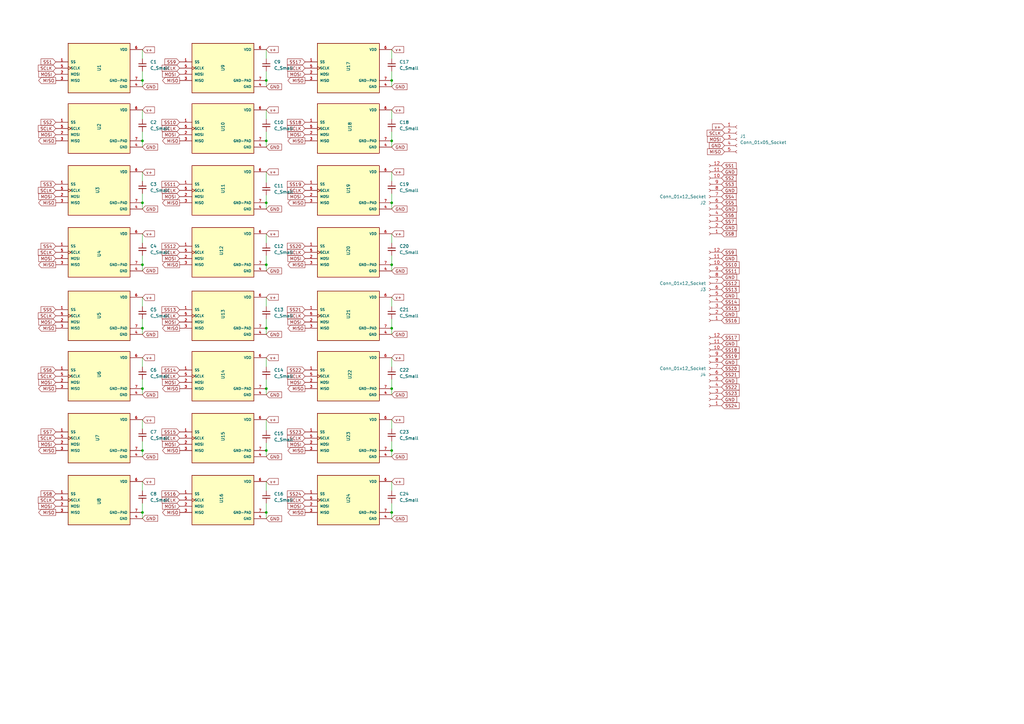
<source format=kicad_sch>
(kicad_sch (version 20230121) (generator eeschema)
  (paper "A3")
  (title_block (title "Magnetometer Array Board"))
  (lib_symbols
    (symbol "Connector:Conn_01x05_Socket" (pin_names (offset 1.016) hide)
      (property "Reference" "J" (at 0 7.62 0))
      (property "Value" "Conn_01x05_Socket" (at 0 -7.62 0))
      (symbol "Conn_01x05_Socket_1_1"
        (arc (start 0 -4.572) (mid -0.5058 -5.08) (end 0 -5.588) (stroke (width 0.1524)))
        (arc (start 0 -2.032) (mid -0.5058 -2.54) (end 0 -3.048) (stroke (width 0.1524)))
        (polyline (pts (xy -1.27 -5.08) (xy -0.508 -5.08)) (stroke (width 0.1524)))
        (polyline (pts (xy -1.27 -2.54) (xy -0.508 -2.54)) (stroke (width 0.1524)))
        (polyline (pts (xy -1.27 0) (xy -0.508 0)) (stroke (width 0.1524)))
        (polyline (pts (xy -1.27 2.54) (xy -0.508 2.54)) (stroke (width 0.1524)))
        (polyline (pts (xy -1.27 5.08) (xy -0.508 5.08)) (stroke (width 0.1524)))
        (arc (start 0 0.508) (mid -0.5058 0) (end 0 -0.508) (stroke (width 0.1524)))
        (arc (start 0 3.048) (mid -0.5058 2.54) (end 0 2.032) (stroke (width 0.1524)))
        (arc (start 0 5.588) (mid -0.5058 5.08) (end 0 4.572) (stroke (width 0.1524)))
        (pin passive line (at -5.08 5.08 0) (length 3.81) (name "Pin_1") (number "1"))
        (pin passive line (at -5.08 2.54 0) (length 3.81) (name "Pin_2") (number "2"))
        (pin passive line (at -5.08 0 0) (length 3.81) (name "Pin_3") (number "3"))
        (pin passive line (at -5.08 -2.54 0) (length 3.81) (name "Pin_4") (number "4"))
        (pin passive line (at -5.08 -5.08 0) (length 3.81) (name "Pin_5") (number "5"))
      )
    )
    (symbol "Connector:Conn_01x12_Socket" (pin_names (offset 1.016) hide)
      (property "Reference" "J" (at 0 15.24 0))
      (property "Value" "Conn_01x12_Socket" (at 0 -17.78 0))
      (symbol "Conn_01x12_Socket_1_1"
        (arc (start 0 -14.732) (mid -0.5058 -15.24) (end 0 -15.748) (stroke (width 0.1524)))
        (arc (start 0 -12.192) (mid -0.5058 -12.7) (end 0 -13.208) (stroke (width 0.1524)))
        (arc (start 0 -9.652) (mid -0.5058 -10.16) (end 0 -10.668) (stroke (width 0.1524)))
        (arc (start 0 -7.112) (mid -0.5058 -7.62) (end 0 -8.128) (stroke (width 0.1524)))
        (arc (start 0 -4.572) (mid -0.5058 -5.08) (end 0 -5.588) (stroke (width 0.1524)))
        (arc (start 0 -2.032) (mid -0.5058 -2.54) (end 0 -3.048) (stroke (width 0.1524)))
        (polyline (pts (xy -1.27 -15.24) (xy -0.508 -15.24)) (stroke (width 0.1524)))
        (polyline (pts (xy -1.27 -12.7) (xy -0.508 -12.7)) (stroke (width 0.1524)))
        (polyline (pts (xy -1.27 -10.16) (xy -0.508 -10.16)) (stroke (width 0.1524)))
        (polyline (pts (xy -1.27 -7.62) (xy -0.508 -7.62)) (stroke (width 0.1524)))
        (polyline (pts (xy -1.27 -5.08) (xy -0.508 -5.08)) (stroke (width 0.1524)))
        (polyline (pts (xy -1.27 -2.54) (xy -0.508 -2.54)) (stroke (width 0.1524)))
        (polyline (pts (xy -1.27 0) (xy -0.508 0)) (stroke (width 0.1524)))
        (polyline (pts (xy -1.27 2.54) (xy -0.508 2.54)) (stroke (width 0.1524)))
        (polyline (pts (xy -1.27 5.08) (xy -0.508 5.08)) (stroke (width 0.1524)))
        (polyline (pts (xy -1.27 7.62) (xy -0.508 7.62)) (stroke (width 0.1524)))
        (polyline (pts (xy -1.27 10.16) (xy -0.508 10.16)) (stroke (width 0.1524)))
        (polyline (pts (xy -1.27 12.7) (xy -0.508 12.7)) (stroke (width 0.1524)))
        (arc (start 0 0.508) (mid -0.5058 0) (end 0 -0.508) (stroke (width 0.1524)))
        (arc (start 0 3.048) (mid -0.5058 2.54) (end 0 2.032) (stroke (width 0.1524)))
        (arc (start 0 5.588) (mid -0.5058 5.08) (end 0 4.572) (stroke (width 0.1524)))
        (arc (start 0 8.128) (mid -0.5058 7.62) (end 0 7.112) (stroke (width 0.1524)))
        (arc (start 0 10.668) (mid -0.5058 10.16) (end 0 9.652) (stroke (width 0.1524)))
        (arc (start 0 13.208) (mid -0.5058 12.7) (end 0 12.192) (stroke (width 0.1524)))
        (pin passive line (at -5.08 12.7 0) (length 3.81) (name "Pin_1") (number "1"))
        (pin passive line (at -5.08 -10.16 0) (length 3.81) (name "Pin_10") (number "10"))
        (pin passive line (at -5.08 -12.7 0) (length 3.81) (name "Pin_11") (number "11"))
        (pin passive line (at -5.08 -15.24 0) (length 3.81) (name "Pin_12") (number "12"))
        (pin passive line (at -5.08 10.16 0) (length 3.81) (name "Pin_2") (number "2"))
        (pin passive line (at -5.08 7.62 0) (length 3.81) (name "Pin_3") (number "3"))
        (pin passive line (at -5.08 5.08 0) (length 3.81) (name "Pin_4") (number "4"))
        (pin passive line (at -5.08 2.54 0) (length 3.81) (name "Pin_5") (number "5"))
        (pin passive line (at -5.08 0 0) (length 3.81) (name "Pin_6") (number "6"))
        (pin passive line (at -5.08 -2.54 0) (length 3.81) (name "Pin_7") (number "7"))
        (pin passive line (at -5.08 -5.08 0) (length 3.81) (name "Pin_8") (number "8"))
        (pin passive line (at -5.08 -7.62 0) (length 3.81) (name "Pin_9") (number "9"))
      )
    )
    (symbol "Device:C_Small" (pin_numbers hide) (pin_names (offset 0.254) hide)
      (property "Reference" "C" (at 0.254 1.778 0))
      (property "Value" "C_Small" (at 0.254 -2.032 0))
      (symbol "C_Small_0_1"
        (polyline (pts (xy -1.524 -0.508) (xy 1.524 -0.508)) (stroke (width 0.3302)))
        (polyline (pts (xy -1.524 0.508) (xy 1.524 0.508)) (stroke (width 0.3048)))
      )
      (symbol "C_Small_1_1"
        (pin passive line (at 0 2.54 270) (length 2.032) (name "~") (number "1"))
        (pin passive line (at 0 -2.54 90) (length 2.032) (name "~") (number "2"))
      )
    )
    (symbol "SM225-10E:SM225-10E" (pin_names (offset 1.016))
      (property "Reference" "U" (at -12.7 10.922 0))
      (property "Value" "SM225-10E" (at -12.7 -12.7 0))
      (symbol "SM225-10E_0_0"
        (rectangle (start -12.7 -10.16) (end 12.7 10.16) (stroke (width 0.254)) (fill (type background)))
        (pin input line (at -17.78 2.54 0) (length 5.08) (name "SS") (number "1"))
        (pin input line (at -17.78 -2.54 0) (length 5.08) (name "MOSI") (number "2"))
        (pin output line (at -17.78 -5.08 0) (length 5.08) (name "MISO") (number "3"))
        (pin power_in line (at 17.78 -7.62 180) (length 5.08) (name "GND") (number "4"))
        (pin input clock (at -17.78 0 0) (length 5.08) (name "SCLK") (number "5"))
        (pin power_in line (at 17.78 7.62 180) (length 5.08) (name "VDD") (number "6"))
        (pin power_in line (at 17.78 -5.08 180) (length 5.08) (name "GND-PAD") (number "7"))
      )
    )
  )
  (junction (at 58.42 134.62))
  (junction (at 58.42 108.585))
  (junction (at 58.42 159.385))
  (junction (at 58.42 57.785))
  (junction (at 109.22 134.62))
  (junction (at 109.22 108.585))
  (junction (at 160.655 159.385))
  (junction (at 160.655 184.785))
  (junction (at 160.655 210.185))
  (junction (at 109.22 57.785))
  (junction (at 109.22 83.185))
  (junction (at 58.42 33.02))
  (junction (at 160.655 33.02))
  (junction (at 109.22 159.385))
  (junction (at 160.655 83.185))
  (junction (at 109.22 33.02))
  (junction (at 160.655 57.785))
  (junction (at 58.42 210.185))
  (junction (at 109.22 210.185))
  (junction (at 58.42 83.185))
  (junction (at 160.655 108.585))
  (junction (at 109.22 184.785))
  (junction (at 58.42 184.785))
  (junction (at 160.655 134.62))
  (wire (pts (xy 160.655 83.185) (xy 160.655 85.725)))
  (wire (pts (xy 160.655 172.085) (xy 160.655 175.895)))
  (wire (pts (xy 160.655 95.885) (xy 160.655 99.695)))
  (wire (pts (xy 160.655 130.81) (xy 160.655 134.62)))
  (wire (pts (xy 109.22 159.385) (xy 109.22 161.925)))
  (wire (pts (xy 109.22 70.485) (xy 109.22 74.93)))
  (wire (pts (xy 109.22 104.775) (xy 109.22 108.585)))
  (wire (pts (xy 160.655 20.32) (xy 160.655 24.13)))
  (wire (pts (xy 160.655 184.785) (xy 160.655 187.325)))
  (wire (pts (xy 58.42 197.485) (xy 58.42 201.295)))
  (wire (pts (xy 58.42 29.21) (xy 58.42 33.02)))
  (wire (pts (xy 160.655 70.485) (xy 160.655 74.295)))
  (wire (pts (xy 58.42 57.785) (xy 58.42 60.325)))
  (wire (pts (xy 160.655 210.185) (xy 160.655 212.725)))
  (wire (pts (xy 109.22 20.32) (xy 109.22 24.13)))
  (wire (pts (xy 160.655 197.485) (xy 160.655 201.295)))
  (wire (pts (xy 160.655 104.775) (xy 160.655 108.585)))
  (wire (pts (xy 160.655 206.375) (xy 160.655 210.185)))
  (wire (pts (xy 58.42 53.975) (xy 58.42 57.785)))
  (wire (pts (xy 58.42 172.085) (xy 58.42 175.895)))
  (wire (pts (xy 109.22 172.085) (xy 109.22 176.53)))
  (wire (pts (xy 109.22 83.185) (xy 109.22 85.725)))
  (wire (pts (xy 109.22 29.21) (xy 109.22 33.02)))
  (wire (pts (xy 58.42 130.81) (xy 58.42 134.62)))
  (wire (pts (xy 160.655 108.585) (xy 160.655 111.125)))
  (wire (pts (xy 109.22 197.485) (xy 109.22 201.295)))
  (wire (pts (xy 58.42 95.885) (xy 58.42 99.695)))
  (wire (pts (xy 160.655 79.375) (xy 160.655 83.185)))
  (wire (pts (xy 109.22 108.585) (xy 109.22 111.125)))
  (wire (pts (xy 109.22 210.185) (xy 109.22 212.725)))
  (wire (pts (xy 58.42 134.62) (xy 58.42 137.16)))
  (wire (pts (xy 160.655 146.685) (xy 160.655 150.495)))
  (wire (pts (xy 160.655 155.575) (xy 160.655 159.385)))
  (wire (pts (xy 109.22 146.685) (xy 109.22 150.495)))
  (wire (pts (xy 58.42 180.975) (xy 58.42 184.785)))
  (wire (pts (xy 160.655 53.975) (xy 160.655 57.785)))
  (wire (pts (xy 109.22 181.61) (xy 109.22 184.785)))
  (wire (pts (xy 160.655 45.085) (xy 160.655 48.895)))
  (wire (pts (xy 58.42 108.585) (xy 58.42 111.125)))
  (wire (pts (xy 109.22 134.62) (xy 109.22 137.16)))
  (wire (pts (xy 58.42 210.185) (xy 58.42 212.725)))
  (wire (pts (xy 58.42 33.02) (xy 58.42 35.56)))
  (wire (pts (xy 58.42 184.785) (xy 58.42 187.325)))
  (wire (pts (xy 109.22 206.375) (xy 109.22 210.185)))
  (wire (pts (xy 58.42 159.385) (xy 58.42 161.925)))
  (wire (pts (xy 160.655 159.385) (xy 160.655 161.925)))
  (wire (pts (xy 109.22 121.92) (xy 109.22 125.73)))
  (wire (pts (xy 58.42 104.775) (xy 58.42 108.585)))
  (wire (pts (xy 58.42 79.375) (xy 58.42 83.185)))
  (wire (pts (xy 58.42 45.085) (xy 58.42 48.895)))
  (wire (pts (xy 160.655 180.975) (xy 160.655 184.785)))
  (wire (pts (xy 109.22 45.085) (xy 109.22 48.895)))
  (wire (pts (xy 160.655 121.92) (xy 160.655 125.73)))
  (wire (pts (xy 109.22 95.885) (xy 109.22 99.695)))
  (wire (pts (xy 160.655 57.785) (xy 160.655 60.325)))
  (wire (pts (xy 109.22 130.81) (xy 109.22 134.62)))
  (wire (pts (xy 58.42 206.375) (xy 58.42 210.185)))
  (wire (pts (xy 58.42 121.92) (xy 58.42 125.73)))
  (wire (pts (xy 109.22 80.01) (xy 109.22 83.185)))
  (wire (pts (xy 160.655 33.02) (xy 160.655 35.56)))
  (wire (pts (xy 58.42 70.485) (xy 58.42 74.295)))
  (wire (pts (xy 109.22 155.575) (xy 109.22 159.385)))
  (wire (pts (xy 109.22 184.785) (xy 109.22 187.325)))
  (wire (pts (xy 58.42 146.685) (xy 58.42 150.495)))
  (wire (pts (xy 160.655 29.21) (xy 160.655 33.02)))
  (wire (pts (xy 58.42 155.575) (xy 58.42 159.385)))
  (wire (pts (xy 160.655 134.62) (xy 160.655 137.16)))
  (wire (pts (xy 109.22 33.02) (xy 109.22 35.56)))
  (wire (pts (xy 58.42 20.32) (xy 58.42 24.13)))
  (wire (pts (xy 109.22 53.975) (xy 109.22 57.785)))
  (wire (pts (xy 109.22 57.785) (xy 109.22 60.325)))
  (wire (pts (xy 58.42 83.185) (xy 58.42 85.725)))
  (global_label "GND" (shape input) (at 58.42 137.16 0) (property "Intersheetrefs" "${INTERSHEET_REFS}" (effects hide)))
  (global_label "v+" (shape input) (at 297.18 52.07 180) (property "Intersheetrefs" "${INTERSHEET_REFS}" (effects hide)))
  (global_label "SS14" (shape input) (at 295.91 123.825 0) (property "Intersheetrefs" "${INTERSHEET_REFS}" (effects hide)))
  (global_label "MOSI" (shape input) (at 125.095 156.845 180) (property "Intersheetrefs" "${INTERSHEET_REFS}" (effects hide)))
  (global_label "GND" (shape input) (at 160.655 161.925 0) (property "Intersheetrefs" "${INTERSHEET_REFS}" (effects hide)))
  (global_label "v+" (shape input) (at 58.42 197.485 0) (property "Intersheetrefs" "${INTERSHEET_REFS}" (effects hide)))
  (global_label "SCLK" (shape input) (at 22.86 78.105 180) (property "Intersheetrefs" "${INTERSHEET_REFS}" (effects hide)))
  (global_label "SCLK" (shape input) (at 73.66 52.705 180) (property "Intersheetrefs" "${INTERSHEET_REFS}" (effects hide)))
  (global_label "GND" (shape input) (at 109.22 187.325 0) (property "Intersheetrefs" "${INTERSHEET_REFS}" (effects hide)))
  (global_label "MISO" (shape output) (at 125.095 134.62 180) (property "Intersheetrefs" "${INTERSHEET_REFS}" (effects hide)))
  (global_label "SS23" (shape input) (at 125.095 177.165 180) (property "Intersheetrefs" "${INTERSHEET_REFS}" (effects hide)))
  (global_label "MOSI" (shape input) (at 73.66 106.045 180) (property "Intersheetrefs" "${INTERSHEET_REFS}" (effects hide)))
  (global_label "SS1" (shape input) (at 22.86 25.4 180) (property "Intersheetrefs" "${INTERSHEET_REFS}" (effects hide)))
  (global_label "GND" (shape input) (at 295.91 70.485 0) (property "Intersheetrefs" "${INTERSHEET_REFS}" (effects hide)))
  (global_label "SS11" (shape input) (at 295.91 111.125 0) (property "Intersheetrefs" "${INTERSHEET_REFS}" (effects hide)))
  (global_label "SCLK" (shape input) (at 125.095 27.94 180) (property "Intersheetrefs" "${INTERSHEET_REFS}" (effects hide)))
  (global_label "GND" (shape input) (at 58.42 187.325 0) (property "Intersheetrefs" "${INTERSHEET_REFS}" (effects hide)))
  (global_label "SS23" (shape input) (at 295.91 161.29 0) (property "Intersheetrefs" "${INTERSHEET_REFS}" (effects hide)))
  (global_label "GND" (shape input) (at 58.42 161.925 0) (property "Intersheetrefs" "${INTERSHEET_REFS}" (effects hide)))
  (global_label "SS6" (shape input) (at 295.91 88.265 0) (property "Intersheetrefs" "${INTERSHEET_REFS}" (effects hide)))
  (global_label "SS9" (shape input) (at 295.91 103.505 0) (property "Intersheetrefs" "${INTERSHEET_REFS}" (effects hide)))
  (global_label "MISO" (shape output) (at 73.66 33.02 180) (property "Intersheetrefs" "${INTERSHEET_REFS}" (effects hide)))
  (global_label "SCLK" (shape input) (at 22.86 205.105 180) (property "Intersheetrefs" "${INTERSHEET_REFS}" (effects hide)))
  (global_label "SS18" (shape input) (at 125.095 50.165 180) (property "Intersheetrefs" "${INTERSHEET_REFS}" (effects hide)))
  (global_label "v+" (shape input) (at 109.22 70.485 0) (property "Intersheetrefs" "${INTERSHEET_REFS}" (effects hide)))
  (global_label "GND" (shape input) (at 109.22 60.325 0) (property "Intersheetrefs" "${INTERSHEET_REFS}" (effects hide)))
  (global_label "v+" (shape input) (at 109.22 172.085 0) (property "Intersheetrefs" "${INTERSHEET_REFS}" (effects hide)))
  (global_label "SCLK" (shape input) (at 125.095 103.505 180) (property "Intersheetrefs" "${INTERSHEET_REFS}" (effects hide)))
  (global_label "MISO" (shape output) (at 73.66 184.785 180) (property "Intersheetrefs" "${INTERSHEET_REFS}" (effects hide)))
  (global_label "MISO" (shape output) (at 22.86 159.385 180) (property "Intersheetrefs" "${INTERSHEET_REFS}" (effects hide)))
  (global_label "MISO" (shape output) (at 73.66 134.62 180) (property "Intersheetrefs" "${INTERSHEET_REFS}" (effects hide)))
  (global_label "SS21" (shape input) (at 125.095 127 180) (property "Intersheetrefs" "${INTERSHEET_REFS}" (effects hide)))
  (global_label "MISO" (shape output) (at 125.095 210.185 180) (property "Intersheetrefs" "${INTERSHEET_REFS}" (effects hide)))
  (global_label "MOSI" (shape input) (at 73.66 207.645 180) (property "Intersheetrefs" "${INTERSHEET_REFS}" (effects hide)))
  (global_label "SCLK" (shape input) (at 22.86 27.94 180) (property "Intersheetrefs" "${INTERSHEET_REFS}" (effects hide)))
  (global_label "SS7" (shape input) (at 22.86 177.165 180) (property "Intersheetrefs" "${INTERSHEET_REFS}" (effects hide)))
  (global_label "SS20" (shape input) (at 125.095 100.965 180) (property "Intersheetrefs" "${INTERSHEET_REFS}" (effects hide)))
  (global_label "MOSI" (shape input) (at 73.66 132.08 180) (property "Intersheetrefs" "${INTERSHEET_REFS}" (effects hide)))
  (global_label "MOSI" (shape input) (at 22.86 55.245 180) (property "Intersheetrefs" "${INTERSHEET_REFS}" (effects hide)))
  (global_label "MISO" (shape output) (at 22.86 83.185 180) (property "Intersheetrefs" "${INTERSHEET_REFS}" (effects hide)))
  (global_label "SS13" (shape input) (at 295.91 118.745 0) (property "Intersheetrefs" "${INTERSHEET_REFS}" (effects hide)))
  (global_label "GND" (shape input) (at 160.655 60.325 0) (property "Intersheetrefs" "${INTERSHEET_REFS}" (effects hide)))
  (global_label "GND" (shape input) (at 109.22 85.725 0) (property "Intersheetrefs" "${INTERSHEET_REFS}" (effects hide)))
  (global_label "MOSI" (shape input) (at 73.66 55.245 180) (property "Intersheetrefs" "${INTERSHEET_REFS}" (effects hide)))
  (global_label "MOSI" (shape input) (at 73.66 156.845 180) (property "Intersheetrefs" "${INTERSHEET_REFS}" (effects hide)))
  (global_label "SS2" (shape input) (at 22.86 50.165 180) (property "Intersheetrefs" "${INTERSHEET_REFS}" (effects hide)))
  (global_label "GND" (shape input) (at 58.42 110.9806 0) (property "Intersheetrefs" "${INTERSHEET_REFS}" (effects hide)))
  (global_label "SS13" (shape input) (at 73.66 127 180) (property "Intersheetrefs" "${INTERSHEET_REFS}" (effects hide)))
  (global_label "v+" (shape input) (at 160.655 197.485 0) (property "Intersheetrefs" "${INTERSHEET_REFS}" (effects hide)))
  (global_label "SS16" (shape input) (at 73.66 202.565 180) (property "Intersheetrefs" "${INTERSHEET_REFS}" (effects hide)))
  (global_label "MOSI" (shape input) (at 125.095 80.645 180) (property "Intersheetrefs" "${INTERSHEET_REFS}" (effects hide)))
  (global_label "MOSI" (shape input) (at 22.86 106.045 180) (property "Intersheetrefs" "${INTERSHEET_REFS}" (effects hide)))
  (global_label "MISO" (shape output) (at 73.66 108.585 180) (property "Intersheetrefs" "${INTERSHEET_REFS}" (effects hide)))
  (global_label "SS3" (shape input) (at 295.91 75.565 0) (property "Intersheetrefs" "${INTERSHEET_REFS}" (effects hide)))
  (global_label "GND" (shape input) (at 58.42 85.725 0) (property "Intersheetrefs" "${INTERSHEET_REFS}" (effects hide)))
  (global_label "GND" (shape input) (at 295.91 85.725 0) (property "Intersheetrefs" "${INTERSHEET_REFS}" (effects hide)))
  (global_label "GND" (shape input) (at 297.18 59.69 180) (property "Intersheetrefs" "${INTERSHEET_REFS}" (effects hide)))
  (global_label "SS18" (shape input) (at 295.91 143.51 0) (property "Intersheetrefs" "${INTERSHEET_REFS}" (effects hide)))
  (global_label "MOSI" (shape input) (at 22.86 30.48 180) (property "Intersheetrefs" "${INTERSHEET_REFS}" (effects hide)))
  (global_label "SS19" (shape input) (at 295.91 146.05 0) (property "Intersheetrefs" "${INTERSHEET_REFS}" (effects hide)))
  (global_label "v+" (shape input) (at 160.655 20.32 0) (property "Intersheetrefs" "${INTERSHEET_REFS}" (effects hide)))
  (global_label "GND" (shape input) (at 160.655 137.16 0) (property "Intersheetrefs" "${INTERSHEET_REFS}" (effects hide)))
  (global_label "MISO" (shape output) (at 22.86 210.185 180) (property "Intersheetrefs" "${INTERSHEET_REFS}" (effects hide)))
  (global_label "MOSI" (shape input) (at 22.86 132.08 180) (property "Intersheetrefs" "${INTERSHEET_REFS}" (effects hide)))
  (global_label "MISO" (shape output) (at 22.86 184.785 180) (property "Intersheetrefs" "${INTERSHEET_REFS}" (effects hide)))
  (global_label "SS10" (shape input) (at 295.91 108.585 0) (property "Intersheetrefs" "${INTERSHEET_REFS}" (effects hide)))
  (global_label "MOSI" (shape input) (at 297.18 57.15 180) (property "Intersheetrefs" "${INTERSHEET_REFS}" (effects hide)))
  (global_label "MISO" (shape output) (at 125.095 184.785 180) (property "Intersheetrefs" "${INTERSHEET_REFS}" (effects hide)))
  (global_label "MISO" (shape output) (at 73.66 83.185 180) (property "Intersheetrefs" "${INTERSHEET_REFS}" (effects hide)))
  (global_label "SCLK" (shape input) (at 125.095 129.54 180) (property "Intersheetrefs" "${INTERSHEET_REFS}" (effects hide)))
  (global_label "MISO" (shape output) (at 125.095 108.585 180) (property "Intersheetrefs" "${INTERSHEET_REFS}" (effects hide)))
  (global_label "GND" (shape input) (at 295.91 113.665 0) (property "Intersheetrefs" "${INTERSHEET_REFS}" (effects hide)))
  (global_label "SS11" (shape input) (at 73.66 75.565 180) (property "Intersheetrefs" "${INTERSHEET_REFS}" (effects hide)))
  (global_label "v+" (shape input) (at 160.655 172.085 0) (property "Intersheetrefs" "${INTERSHEET_REFS}" (effects hide)))
  (global_label "SS16" (shape input) (at 295.91 131.445 0) (property "Intersheetrefs" "${INTERSHEET_REFS}" (effects hide)))
  (global_label "v+" (shape input) (at 160.655 146.685 0) (property "Intersheetrefs" "${INTERSHEET_REFS}" (effects hide)))
  (global_label "MISO" (shape output) (at 22.86 57.785 180) (property "Intersheetrefs" "${INTERSHEET_REFS}" (effects hide)))
  (global_label "GND" (shape input) (at 109.22 35.56 0) (property "Intersheetrefs" "${INTERSHEET_REFS}" (effects hide)))
  (global_label "SS4" (shape input) (at 22.86 100.965 180) (property "Intersheetrefs" "${INTERSHEET_REFS}" (effects hide)))
  (global_label "SCLK" (shape input) (at 22.86 129.54 180) (property "Intersheetrefs" "${INTERSHEET_REFS}" (effects hide)))
  (global_label "MOSI" (shape input) (at 22.86 182.245 180) (property "Intersheetrefs" "${INTERSHEET_REFS}" (effects hide)))
  (global_label "MOSI" (shape input) (at 125.095 30.48 180) (property "Intersheetrefs" "${INTERSHEET_REFS}" (effects hide)))
  (global_label "MOSI" (shape input) (at 22.86 156.845 180) (property "Intersheetrefs" "${INTERSHEET_REFS}" (effects hide)))
  (global_label "GND" (shape input) (at 109.22 111.125 0) (property "Intersheetrefs" "${INTERSHEET_REFS}" (effects hide)))
  (global_label "v+" (shape input) (at 160.655 95.885 0) (property "Intersheetrefs" "${INTERSHEET_REFS}" (effects hide)))
  (global_label "SCLK" (shape input) (at 22.86 52.705 180) (property "Intersheetrefs" "${INTERSHEET_REFS}" (effects hide)))
  (global_label "MISO" (shape output) (at 73.66 57.785 180) (property "Intersheetrefs" "${INTERSHEET_REFS}" (effects hide)))
  (global_label "GND" (shape input) (at 295.91 156.21 0) (property "Intersheetrefs" "${INTERSHEET_REFS}" (effects hide)))
  (global_label "SCLK" (shape input) (at 125.095 78.105 180) (property "Intersheetrefs" "${INTERSHEET_REFS}" (effects hide)))
  (global_label "v+" (shape input) (at 160.655 45.085 0) (property "Intersheetrefs" "${INTERSHEET_REFS}" (effects hide)))
  (global_label "MOSI" (shape input) (at 125.095 182.245 180) (property "Intersheetrefs" "${INTERSHEET_REFS}" (effects hide)))
  (global_label "MOSI" (shape input) (at 125.095 207.645 180) (property "Intersheetrefs" "${INTERSHEET_REFS}" (effects hide)))
  (global_label "SCLK" (shape input) (at 73.66 129.54 180) (property "Intersheetrefs" "${INTERSHEET_REFS}" (effects hide)))
  (global_label "SS12" (shape input) (at 295.91 116.205 0) (property "Intersheetrefs" "${INTERSHEET_REFS}" (effects hide)))
  (global_label "GND" (shape input) (at 58.42 60.325 0) (property "Intersheetrefs" "${INTERSHEET_REFS}" (effects hide)))
  (global_label "GND" (shape input) (at 295.91 78.105 0) (property "Intersheetrefs" "${INTERSHEET_REFS}" (effects hide)))
  (global_label "MOSI" (shape input) (at 73.66 30.48 180) (property "Intersheetrefs" "${INTERSHEET_REFS}" (effects hide)))
  (global_label "MOSI" (shape input) (at 73.66 182.245 180) (property "Intersheetrefs" "${INTERSHEET_REFS}" (effects hide)))
  (global_label "v+" (shape input) (at 58.42 95.885 0) (property "Intersheetrefs" "${INTERSHEET_REFS}" (effects hide)))
  (global_label "SS6" (shape input) (at 22.86 151.765 180) (property "Intersheetrefs" "${INTERSHEET_REFS}" (effects hide)))
  (global_label "SS22" (shape input) (at 125.095 151.765 180) (property "Intersheetrefs" "${INTERSHEET_REFS}" (effects hide)))
  (global_label "v+" (shape input) (at 109.22 121.92 0) (property "Intersheetrefs" "${INTERSHEET_REFS}" (effects hide)))
  (global_label "MOSI" (shape input) (at 73.66 80.645 180) (property "Intersheetrefs" "${INTERSHEET_REFS}" (effects hide)))
  (global_label "SCLK" (shape input) (at 297.18 54.61 180) (property "Intersheetrefs" "${INTERSHEET_REFS}" (effects hide)))
  (global_label "SCLK" (shape input) (at 73.66 78.105 180) (property "Intersheetrefs" "${INTERSHEET_REFS}" (effects hide)))
  (global_label "v+" (shape input) (at 58.42 70.6397 0) (property "Intersheetrefs" "${INTERSHEET_REFS}" (effects hide)))
  (global_label "MOSI" (shape input) (at 125.095 55.245 180) (property "Intersheetrefs" "${INTERSHEET_REFS}" (effects hide)))
  (global_label "GND" (shape input) (at 160.655 111.125 0) (property "Intersheetrefs" "${INTERSHEET_REFS}" (effects hide)))
  (global_label "GND" (shape input) (at 295.91 140.97 0) (property "Intersheetrefs" "${INTERSHEET_REFS}" (effects hide)))
  (global_label "MISO" (shape output) (at 22.86 108.585 180) (property "Intersheetrefs" "${INTERSHEET_REFS}" (effects hide)))
  (global_label "GND" (shape input) (at 295.91 121.285 0) (property "Intersheetrefs" "${INTERSHEET_REFS}" (effects hide)))
  (global_label "SCLK" (shape input) (at 125.095 179.705 180) (property "Intersheetrefs" "${INTERSHEET_REFS}" (effects hide)))
  (global_label "SS17" (shape input) (at 295.91 138.43 0) (property "Intersheetrefs" "${INTERSHEET_REFS}" (effects hide)))
  (global_label "SCLK" (shape input) (at 73.66 205.105 180) (property "Intersheetrefs" "${INTERSHEET_REFS}" (effects hide)))
  (global_label "SCLK" (shape input) (at 125.095 52.705 180) (property "Intersheetrefs" "${INTERSHEET_REFS}" (effects hide)))
  (global_label "SS17" (shape input) (at 125.095 25.4 180) (property "Intersheetrefs" "${INTERSHEET_REFS}" (effects hide)))
  (global_label "GND" (shape input) (at 160.655 187.325 0) (property "Intersheetrefs" "${INTERSHEET_REFS}" (effects hide)))
  (global_label "SS3" (shape input) (at 22.86 75.565 180) (property "Intersheetrefs" "${INTERSHEET_REFS}" (effects hide)))
  (global_label "SS20" (shape input) (at 295.91 151.13 0) (property "Intersheetrefs" "${INTERSHEET_REFS}" (effects hide)))
  (global_label "GND" (shape input) (at 295.91 163.83 0) (property "Intersheetrefs" "${INTERSHEET_REFS}" (effects hide)))
  (global_label "GND" (shape input) (at 295.91 93.345 0) (property "Intersheetrefs" "${INTERSHEET_REFS}" (effects hide)))
  (global_label "MOSI" (shape input) (at 125.095 106.045 180) (property "Intersheetrefs" "${INTERSHEET_REFS}" (effects hide)))
  (global_label "GND" (shape input) (at 160.655 35.56 0) (property "Intersheetrefs" "${INTERSHEET_REFS}" (effects hide)))
  (global_label "MISO" (shape output) (at 125.095 83.185 180) (property "Intersheetrefs" "${INTERSHEET_REFS}" (effects hide)))
  (global_label "MOSI" (shape input) (at 22.86 80.645 180) (property "Intersheetrefs" "${INTERSHEET_REFS}" (effects hide)))
  (global_label "SS5" (shape input) (at 22.86 127 180) (property "Intersheetrefs" "${INTERSHEET_REFS}" (effects hide)))
  (global_label "SS5" (shape input) (at 295.91 83.185 0) (property "Intersheetrefs" "${INTERSHEET_REFS}" (effects hide)))
  (global_label "SS9" (shape input) (at 73.66 25.4 180) (property "Intersheetrefs" "${INTERSHEET_REFS}" (effects hide)))
  (global_label "GND" (shape input) (at 295.91 128.905 0) (property "Intersheetrefs" "${INTERSHEET_REFS}" (effects hide)))
  (global_label "SS24" (shape input) (at 295.91 166.37 0) (property "Intersheetrefs" "${INTERSHEET_REFS}" (effects hide)))
  (global_label "MOSI" (shape input) (at 22.86 207.645 180) (property "Intersheetrefs" "${INTERSHEET_REFS}" (effects hide)))
  (global_label "SS21" (shape input) (at 295.91 153.67 0) (property "Intersheetrefs" "${INTERSHEET_REFS}" (effects hide)))
  (global_label "SS2" (shape input) (at 295.91 73.025 0) (property "Intersheetrefs" "${INTERSHEET_REFS}" (effects hide)))
  (global_label "GND" (shape input) (at 109.22 212.725 0) (property "Intersheetrefs" "${INTERSHEET_REFS}" (effects hide)))
  (global_label "v+" (shape input) (at 160.655 121.92 0) (property "Intersheetrefs" "${INTERSHEET_REFS}" (effects hide)))
  (global_label "v+" (shape input) (at 109.22 197.485 0) (property "Intersheetrefs" "${INTERSHEET_REFS}" (effects hide)))
  (global_label "SCLK" (shape input) (at 125.095 205.105 180) (property "Intersheetrefs" "${INTERSHEET_REFS}" (effects hide)))
  (global_label "SS8" (shape input) (at 295.91 95.885 0) (property "Intersheetrefs" "${INTERSHEET_REFS}" (effects hide)))
  (global_label "SCLK" (shape input) (at 125.095 154.305 180) (property "Intersheetrefs" "${INTERSHEET_REFS}" (effects hide)))
  (global_label "SS8" (shape input) (at 22.86 202.565 180) (property "Intersheetrefs" "${INTERSHEET_REFS}" (effects hide)))
  (global_label "SS7" (shape input) (at 295.91 90.805 0) (property "Intersheetrefs" "${INTERSHEET_REFS}" (effects hide)))
  (global_label "v+" (shape input) (at 58.42 45.085 0) (property "Intersheetrefs" "${INTERSHEET_REFS}" (effects hide)))
  (global_label "MISO" (shape output) (at 73.66 210.185 180) (property "Intersheetrefs" "${INTERSHEET_REFS}" (effects hide)))
  (global_label "v+" (shape input) (at 109.22 20.32 0) (property "Intersheetrefs" "${INTERSHEET_REFS}" (effects hide)))
  (global_label "GND" (shape input) (at 58.42 35.56 0) (property "Intersheetrefs" "${INTERSHEET_REFS}" (effects hide)))
  (global_label "GND" (shape input) (at 109.22 161.925 0) (property "Intersheetrefs" "${INTERSHEET_REFS}" (effects hide)))
  (global_label "SS22" (shape input) (at 295.91 158.75 0) (property "Intersheetrefs" "${INTERSHEET_REFS}" (effects hide)))
  (global_label "MISO" (shape output) (at 125.095 159.385 180) (property "Intersheetrefs" "${INTERSHEET_REFS}" (effects hide)))
  (global_label "SS10" (shape input) (at 73.66 50.165 180) (property "Intersheetrefs" "${INTERSHEET_REFS}" (effects hide)))
  (global_label "SS24" (shape input) (at 125.095 202.565 180) (property "Intersheetrefs" "${INTERSHEET_REFS}" (effects hide)))
  (global_label "SS1" (shape input) (at 295.91 67.945 0) (property "Intersheetrefs" "${INTERSHEET_REFS}" (effects hide)))
  (global_label "SS15" (shape input) (at 73.66 177.165 180) (property "Intersheetrefs" "${INTERSHEET_REFS}" (effects hide)))
  (global_label "v+" (shape input) (at 58.42 20.4246 0) (property "Intersheetrefs" "${INTERSHEET_REFS}" (effects hide)))
  (global_label "SCLK" (shape input) (at 73.66 179.705 180) (property "Intersheetrefs" "${INTERSHEET_REFS}" (effects hide)))
  (global_label "GND" (shape input) (at 295.91 106.045 0) (property "Intersheetrefs" "${INTERSHEET_REFS}" (effects hide)))
  (global_label "MISO" (shape input) (at 297.18 62.23 180) (property "Intersheetrefs" "${INTERSHEET_REFS}" (effects hide)))
  (global_label "v+" (shape input) (at 109.22 45.085 0) (property "Intersheetrefs" "${INTERSHEET_REFS}" (effects hide)))
  (global_label "SS14" (shape input) (at 73.66 151.765 180) (property "Intersheetrefs" "${INTERSHEET_REFS}" (effects hide)))
  (global_label "GND" (shape input) (at 160.655 212.725 0) (property "Intersheetrefs" "${INTERSHEET_REFS}" (effects hide)))
  (global_label "v+" (shape input) (at 160.655 70.485 0) (property "Intersheetrefs" "${INTERSHEET_REFS}" (effects hide)))
  (global_label "SCLK" (shape input) (at 22.86 154.305 180) (property "Intersheetrefs" "${INTERSHEET_REFS}" (effects hide)))
  (global_label "SCLK" (shape input) (at 22.86 179.705 180) (property "Intersheetrefs" "${INTERSHEET_REFS}" (effects hide)))
  (global_label "SS19" (shape input) (at 125.095 75.565 180) (property "Intersheetrefs" "${INTERSHEET_REFS}" (effects hide)))
  (global_label "MOSI" (shape input) (at 125.095 132.08 180) (property "Intersheetrefs" "${INTERSHEET_REFS}" (effects hide)))
  (global_label "v+" (shape input) (at 58.42 122.0246 0) (property "Intersheetrefs" "${INTERSHEET_REFS}" (effects hide)))
  (global_label "SS12" (shape input) (at 73.66 100.965 180) (property "Intersheetrefs" "${INTERSHEET_REFS}" (effects hide)))
  (global_label "SCLK" (shape input) (at 73.66 154.305 180) (property "Intersheetrefs" "${INTERSHEET_REFS}" (effects hide)))
  (global_label "GND" (shape input) (at 109.22 137.16 0) (property "Intersheetrefs" "${INTERSHEET_REFS}" (effects hide)))
  (global_label "v+" (shape input) (at 58.42 146.685 0) (property "Intersheetrefs" "${INTERSHEET_REFS}" (effects hide)))
  (global_label "MISO" (shape output) (at 73.66 159.385 180) (property "Intersheetrefs" "${INTERSHEET_REFS}" (effects hide)))
  (global_label "GND" (shape input) (at 160.655 85.725 0) (property "Intersheetrefs" "${INTERSHEET_REFS}" (effects hide)))
  (global_label "SS4" (shape input) (at 295.91 80.645 0) (property "Intersheetrefs" "${INTERSHEET_REFS}" (effects hide)))
  (global_label "SS15" (shape input) (at 295.91 126.365 0) (property "Intersheetrefs" "${INTERSHEET_REFS}" (effects hide)))
  (global_label "SCLK" (shape input) (at 22.86 103.505 180) (property "Intersheetrefs" "${INTERSHEET_REFS}" (effects hide)))
  (global_label "v+" (shape input) (at 109.22 95.885 0) (property "Intersheetrefs" "${INTERSHEET_REFS}" (effects hide)))
  (global_label "MISO" (shape output) (at 22.86 134.62 180) (property "Intersheetrefs" "${INTERSHEET_REFS}" (effects hide)))
  (global_label "SCLK" (shape input) (at 73.66 103.505 180) (property "Intersheetrefs" "${INTERSHEET_REFS}" (effects hide)))
  (global_label "MISO" (shape output) (at 125.095 57.785 180) (property "Intersheetrefs" "${INTERSHEET_REFS}" (effects hide)))
  (global_label "MISO" (shape output) (at 125.095 33.02 180) (property "Intersheetrefs" "${INTERSHEET_REFS}" (effects hide)))
  (global_label "GND" (shape input) (at 58.42 212.5806 0) (property "Intersheetrefs" "${INTERSHEET_REFS}" (effects hide)))
  (global_label "v+" (shape input) (at 58.42 172.2397 0) (property "Intersheetrefs" "${INTERSHEET_REFS}" (effects hide)))
  (global_label "MISO" (shape output) (at 22.86 33.02 180) (property "Intersheetrefs" "${INTERSHEET_REFS}" (effects hide)))
  (global_label "GND" (shape input) (at 295.91 148.59 0) (property "Intersheetrefs" "${INTERSHEET_REFS}" (effects hide)))
  (global_label "SCLK" (shape input) (at 73.66 27.94 180) (property "Intersheetrefs" "${INTERSHEET_REFS}" (effects hide)))
  (global_label "v+" (shape input) (at 109.22 146.685 0) (property "Intersheetrefs" "${INTERSHEET_REFS}" (effects hide)))
  (symbol (lib_id "Device:C_Small") (at 160.655 102.235 0) (unit 1)
    (property "Reference" "C20" (at 163.83 100.9713 0) (effects (justify left)))
    (property "Value" "C_Small" (at 163.83 103.5113 0) (effects (justify left)))
    (property "Footprint" "Capacitor_SMD:C_0201_0603Metric" (effects hide))
  )
  (symbol (lib_id "SM225-10E:SM225-10E") (at 91.44 154.305 0) (unit 1)
    (property "Reference" "U14" (at 91.44 155.575 90) (effects (justify left)))
    (property "Value" "SM225-10E" (effects hide))
    (property "Footprint" "Own_Library:NVE SM225 10E" (effects hide))
    (property "PARTREV" "D" (effects hide))
    (property "STANDARD" "IPC-7351B" (effects hide))
    (property "MAXIMUM_PACKAGE_HEIGHT" "0.8mm" (effects hide))
    (property "MANUFACTURER" "NVE" (effects hide))
  )
  (symbol (lib_id "Device:C_Small") (at 58.42 153.035 0) (unit 1)
    (property "Reference" "C6" (at 61.595 151.7713 0) (effects (justify left)))
    (property "Value" "C_Small" (at 61.595 154.3113 0) (effects (justify left)))
    (property "Footprint" "Capacitor_SMD:C_0201_0603Metric" (effects hide))
  )
  (symbol (lib_id "SM225-10E:SM225-10E") (at 142.875 103.505 0) (unit 1)
    (property "Reference" "U20" (at 142.875 104.775 90) (effects (justify left)))
    (property "Value" "SM225-10E" (effects hide))
    (property "Footprint" "Own_Library:NVE SM225 10E" (effects hide))
    (property "PARTREV" "D" (effects hide))
    (property "STANDARD" "IPC-7351B" (effects hide))
    (property "MAXIMUM_PACKAGE_HEIGHT" "0.8mm" (effects hide))
    (property "MANUFACTURER" "NVE" (effects hide))
  )
  (symbol (lib_id "SM225-10E:SM225-10E") (at 40.64 129.54 0) (unit 1)
    (property "Reference" "U5" (at 40.64 130.81 90) (effects (justify left)))
    (property "Value" "SM225-10E" (effects hide))
    (property "Footprint" "Own_Library:NVE SM225 10E" (effects hide))
    (property "PARTREV" "D" (effects hide))
    (property "STANDARD" "IPC-7351B" (effects hide))
    (property "MAXIMUM_PACKAGE_HEIGHT" "0.8mm" (effects hide))
    (property "MANUFACTURER" "NVE" (effects hide))
  )
  (symbol (lib_id "Device:C_Small") (at 109.22 203.835 0) (unit 1)
    (property "Reference" "C16" (at 112.395 202.5713 0) (effects (justify left)))
    (property "Value" "C_Small" (at 112.395 205.1113 0) (effects (justify left)))
    (property "Footprint" "Capacitor_SMD:C_0201_0603Metric" (effects hide))
  )
  (symbol (lib_id "Connector:Conn_01x12_Socket") (at 290.83 83.185 180) (unit 1)
    (property "Reference" "J2" (at 289.56 83.185 0) (effects (justify left)))
    (property "Value" "Conn_01x12_Socket" (at 289.56 80.645 0) (effects (justify left)))
    (property "Footprint" "Connector_PinHeader_2.54mm:PinHeader_1x12_P2.54mm_Horizontal" (effects hide))
  )
  (symbol (lib_id "SM225-10E:SM225-10E") (at 40.64 78.105 0) (unit 1)
    (property "Reference" "U3" (at 40.005 79.375 90) (effects (justify left)))
    (property "Value" "SM225-10E" (effects hide))
    (property "Footprint" "Own_Library:NVE SM225 10E" (effects hide))
    (property "PARTREV" "D" (effects hide))
    (property "STANDARD" "IPC-7351B" (effects hide))
    (property "MAXIMUM_PACKAGE_HEIGHT" "0.8mm" (effects hide))
    (property "MANUFACTURER" "NVE" (effects hide))
  )
  (symbol (lib_id "Device:C_Small") (at 58.42 102.235 0) (unit 1)
    (property "Reference" "C4" (at 61.595 100.9713 0) (effects (justify left)))
    (property "Value" "C_Small" (at 61.595 103.5113 0) (effects (justify left)))
    (property "Footprint" "Capacitor_SMD:C_0201_0603Metric" (effects hide))
  )
  (symbol (lib_id "SM225-10E:SM225-10E") (at 142.875 154.305 0) (unit 1)
    (property "Reference" "U22" (at 143.51 155.575 90) (effects (justify left)))
    (property "Value" "SM225-10E" (effects hide))
    (property "Footprint" "Own_Library:NVE SM225 10E" (effects hide))
    (property "PARTREV" "D" (effects hide))
    (property "STANDARD" "IPC-7351B" (effects hide))
    (property "MAXIMUM_PACKAGE_HEIGHT" "0.8mm" (effects hide))
    (property "MANUFACTURER" "NVE" (effects hide))
  )
  (symbol (lib_id "Device:C_Small") (at 58.42 203.835 0) (unit 1)
    (property "Reference" "C8" (at 61.595 202.5713 0) (effects (justify left)))
    (property "Value" "C_Small" (at 61.595 205.1113 0) (effects (justify left)))
    (property "Footprint" "Capacitor_SMD:C_0201_0603Metric" (effects hide))
  )
  (symbol (lib_id "Device:C_Small") (at 109.22 77.47 0) (unit 1)
    (property "Reference" "C11" (at 112.395 76.2063 0) (effects (justify left)))
    (property "Value" "C_Small" (at 112.395 78.7463 0) (effects (justify left)))
    (property "Footprint" "Capacitor_SMD:C_0201_0603Metric" (effects hide))
  )
  (symbol (lib_id "SM225-10E:SM225-10E") (at 142.875 27.94 0) (unit 1)
    (property "Reference" "U17" (at 142.875 29.21 90) (effects (justify left)))
    (property "Value" "SM225-10E" (effects hide))
    (property "Footprint" "Own_Library:NVE SM225 10E" (effects hide))
    (property "PARTREV" "D" (effects hide))
    (property "STANDARD" "IPC-7351B" (effects hide))
    (property "MAXIMUM_PACKAGE_HEIGHT" "0.8mm" (effects hide))
    (property "MANUFACTURER" "NVE" (effects hide))
  )
  (symbol (lib_id "Device:C_Small") (at 58.42 178.435 0) (unit 1)
    (property "Reference" "C7" (at 61.595 177.1713 0) (effects (justify left)))
    (property "Value" "C_Small" (at 61.595 179.7113 0) (effects (justify left)))
    (property "Footprint" "Capacitor_SMD:C_0201_0603Metric" (effects hide))
  )
  (symbol (lib_id "SM225-10E:SM225-10E") (at 142.875 129.54 0) (unit 1)
    (property "Reference" "U21" (at 142.875 130.81 90) (effects (justify left)))
    (property "Value" "SM225-10E" (effects hide))
    (property "Footprint" "Own_Library:NVE SM225 10E" (effects hide))
    (property "PARTREV" "D" (effects hide))
    (property "STANDARD" "IPC-7351B" (effects hide))
    (property "MAXIMUM_PACKAGE_HEIGHT" "0.8mm" (effects hide))
    (property "MANUFACTURER" "NVE" (effects hide))
  )
  (symbol (lib_id "SM225-10E:SM225-10E") (at 40.64 179.705 0) (unit 1)
    (property "Reference" "U7" (at 40.005 180.975 90) (effects (justify left)))
    (property "Value" "SM225-10E" (effects hide))
    (property "Footprint" "Own_Library:NVE SM225 10E" (effects hide))
    (property "PARTREV" "D" (effects hide))
    (property "STANDARD" "IPC-7351B" (effects hide))
    (property "MAXIMUM_PACKAGE_HEIGHT" "0.8mm" (effects hide))
    (property "MANUFACTURER" "NVE" (effects hide))
  )
  (symbol (lib_id "Device:C_Small") (at 109.22 153.035 0) (unit 1)
    (property "Reference" "C14" (at 112.395 151.7713 0) (effects (justify left)))
    (property "Value" "C_Small" (at 112.395 154.3113 0) (effects (justify left)))
    (property "Footprint" "Capacitor_SMD:C_0201_0603Metric" (effects hide))
  )
  (symbol (lib_id "SM225-10E:SM225-10E") (at 40.64 154.305 0) (unit 1)
    (property "Reference" "U6" (at 40.64 154.94 90) (effects (justify left)))
    (property "Value" "SM225-10E" (effects hide))
    (property "Footprint" "Own_Library:NVE SM225 10E" (effects hide))
    (property "PARTREV" "D" (effects hide))
    (property "STANDARD" "IPC-7351B" (effects hide))
    (property "MAXIMUM_PACKAGE_HEIGHT" "0.8mm" (effects hide))
    (property "MANUFACTURER" "NVE" (effects hide))
  )
  (symbol (lib_id "SM225-10E:SM225-10E") (at 142.875 205.105 0) (unit 1)
    (property "Reference" "U24" (at 142.875 206.375 90) (effects (justify left)))
    (property "Value" "SM225-10E" (effects hide))
    (property "Footprint" "Own_Library:NVE SM225 10E" (effects hide))
    (property "PARTREV" "D" (effects hide))
    (property "STANDARD" "IPC-7351B" (effects hide))
    (property "MAXIMUM_PACKAGE_HEIGHT" "0.8mm" (effects hide))
    (property "MANUFACTURER" "NVE" (effects hide))
  )
  (symbol (lib_id "SM225-10E:SM225-10E") (at 40.64 103.505 0) (unit 1)
    (property "Reference" "U4" (at 40.64 105.41 90) (effects (justify left)))
    (property "Value" "SM225-10E" (effects hide))
    (property "Footprint" "Own_Library:NVE SM225 10E" (effects hide))
    (property "PARTREV" "D" (effects hide))
    (property "STANDARD" "IPC-7351B" (effects hide))
    (property "MAXIMUM_PACKAGE_HEIGHT" "0.8mm" (effects hide))
    (property "MANUFACTURER" "NVE" (effects hide))
  )
  (symbol (lib_id "SM225-10E:SM225-10E") (at 40.64 52.705 0) (unit 1)
    (property "Reference" "U2" (at 40.64 53.34 90) (effects (justify left)))
    (property "Value" "SM225-10E" (effects hide))
    (property "Footprint" "Own_Library:NVE SM225 10E" (effects hide))
    (property "PARTREV" "D" (effects hide))
    (property "STANDARD" "IPC-7351B" (effects hide))
    (property "MAXIMUM_PACKAGE_HEIGHT" "0.8mm" (effects hide))
    (property "MANUFACTURER" "NVE" (effects hide))
  )
  (symbol (lib_id "Connector:Conn_01x12_Socket") (at 290.83 153.67 180) (unit 1)
    (property "Reference" "J4" (at 289.56 153.67 0) (effects (justify left)))
    (property "Value" "Conn_01x12_Socket" (at 289.56 151.13 0) (effects (justify left)))
    (property "Footprint" "Connector_PinHeader_2.54mm:PinHeader_1x12_P2.54mm_Horizontal" (effects hide))
  )
  (symbol (lib_id "SM225-10E:SM225-10E") (at 91.44 179.705 0) (unit 1)
    (property "Reference" "U15" (at 91.44 180.975 90) (effects (justify left)))
    (property "Value" "SM225-10E" (effects hide))
    (property "Footprint" "Own_Library:NVE SM225 10E" (effects hide))
    (property "PARTREV" "D" (effects hide))
    (property "STANDARD" "IPC-7351B" (effects hide))
    (property "MAXIMUM_PACKAGE_HEIGHT" "0.8mm" (effects hide))
    (property "MANUFACTURER" "NVE" (effects hide))
  )
  (symbol (lib_id "Device:C_Small") (at 160.655 26.67 0) (unit 1)
    (property "Reference" "C17" (at 163.83 25.4063 0) (effects (justify left)))
    (property "Value" "C_Small" (at 163.83 27.9463 0) (effects (justify left)))
    (property "Footprint" "Capacitor_SMD:C_0201_0603Metric" (effects hide))
  )
  (symbol (lib_id "Device:C_Small") (at 160.655 128.27 0) (unit 1)
    (property "Reference" "C21" (at 163.83 127.0063 0) (effects (justify left)))
    (property "Value" "C_Small" (at 163.83 129.5463 0) (effects (justify left)))
    (property "Footprint" "Capacitor_SMD:C_0201_0603Metric" (effects hide))
  )
  (symbol (lib_id "SM225-10E:SM225-10E") (at 91.44 27.94 0) (unit 1)
    (property "Reference" "U9" (at 91.44 29.21 90) (effects (justify left)))
    (property "Value" "SM225-10E" (effects hide))
    (property "Footprint" "Own_Library:NVE SM225 10E" (effects hide))
    (property "PARTREV" "D" (effects hide))
    (property "STANDARD" "IPC-7351B" (effects hide))
    (property "MAXIMUM_PACKAGE_HEIGHT" "0.8mm" (effects hide))
    (property "MANUFACTURER" "NVE" (effects hide))
  )
  (symbol (lib_id "Connector:Conn_01x12_Socket") (at 290.83 118.745 180) (unit 1)
    (property "Reference" "J3" (at 289.56 118.745 0) (effects (justify left)))
    (property "Value" "Conn_01x12_Socket" (at 289.56 116.205 0) (effects (justify left)))
    (property "Footprint" "Connector_PinHeader_2.54mm:PinHeader_1x12_P2.54mm_Horizontal" (effects hide))
  )
  (symbol (lib_id "SM225-10E:SM225-10E") (at 40.64 27.94 0) (unit 1)
    (property "Reference" "U1" (at 40.64 29.21 90) (effects (justify left)))
    (property "Value" "SM225-10E" (effects hide))
    (property "Footprint" "Own_Library:NVE SM225 10E" (effects hide))
    (property "PARTREV" "D" (effects hide))
    (property "STANDARD" "IPC-7351B" (effects hide))
    (property "MAXIMUM_PACKAGE_HEIGHT" "0.8mm" (effects hide))
    (property "MANUFACTURER" "NVE" (effects hide))
  )
  (symbol (lib_id "Device:C_Small") (at 58.42 76.835 0) (unit 1)
    (property "Reference" "C3" (at 61.595 75.5713 0) (effects (justify left)))
    (property "Value" "C_Small" (at 61.595 78.1113 0) (effects (justify left)))
    (property "Footprint" "Capacitor_SMD:C_0201_0603Metric" (effects hide))
  )
  (symbol (lib_id "Device:C_Small") (at 160.655 153.035 0) (unit 1)
    (property "Reference" "C22" (at 163.83 151.7713 0) (effects (justify left)))
    (property "Value" "C_Small" (at 163.83 154.3113 0) (effects (justify left)))
    (property "Footprint" "Capacitor_SMD:C_0201_0603Metric" (effects hide))
  )
  (symbol (lib_id "Device:C_Small") (at 160.655 203.835 0) (unit 1)
    (property "Reference" "C24" (at 163.83 202.5713 0) (effects (justify left)))
    (property "Value" "C_Small" (at 163.83 205.1113 0) (effects (justify left)))
    (property "Footprint" "Capacitor_SMD:C_0201_0603Metric" (effects hide))
  )
  (symbol (lib_id "SM225-10E:SM225-10E") (at 91.44 52.705 0) (unit 1)
    (property "Reference" "U10" (at 91.44 53.975 90) (effects (justify left)))
    (property "Value" "SM225-10E" (effects hide))
    (property "Footprint" "Own_Library:NVE SM225 10E" (effects hide))
    (property "PARTREV" "D" (effects hide))
    (property "STANDARD" "IPC-7351B" (effects hide))
    (property "MAXIMUM_PACKAGE_HEIGHT" "0.8mm" (effects hide))
    (property "MANUFACTURER" "NVE" (effects hide))
  )
  (symbol (lib_id "SM225-10E:SM225-10E") (at 142.875 179.705 0) (unit 1)
    (property "Reference" "U23" (at 142.875 180.975 90) (effects (justify left)))
    (property "Value" "SM225-10E" (effects hide))
    (property "Footprint" "Own_Library:NVE SM225 10E" (effects hide))
    (property "PARTREV" "D" (effects hide))
    (property "STANDARD" "IPC-7351B" (effects hide))
    (property "MAXIMUM_PACKAGE_HEIGHT" "0.8mm" (effects hide))
    (property "MANUFACTURER" "NVE" (effects hide))
  )
  (symbol (lib_id "Device:C_Small") (at 109.22 51.435 0) (unit 1)
    (property "Reference" "C10" (at 112.395 50.1713 0) (effects (justify left)))
    (property "Value" "C_Small" (at 112.395 52.7113 0) (effects (justify left)))
    (property "Footprint" "Capacitor_SMD:C_0201_0603Metric" (effects hide))
  )
  (symbol (lib_id "Device:C_Small") (at 160.655 178.435 0) (unit 1)
    (property "Reference" "C23" (at 163.83 177.1713 0) (effects (justify left)))
    (property "Value" "C_Small" (at 163.83 179.7113 0) (effects (justify left)))
    (property "Footprint" "Capacitor_SMD:C_0201_0603Metric" (effects hide))
  )
  (symbol (lib_id "Device:C_Small") (at 109.22 26.67 0) (unit 1)
    (property "Reference" "C9" (at 112.395 25.4063 0) (effects (justify left)))
    (property "Value" "C_Small" (at 112.395 27.9463 0) (effects (justify left)))
    (property "Footprint" "Capacitor_SMD:C_0201_0603Metric" (effects hide))
  )
  (symbol (lib_id "SM225-10E:SM225-10E") (at 91.44 78.105 0) (unit 1)
    (property "Reference" "U11" (at 91.44 79.375 90) (effects (justify left)))
    (property "Value" "SM225-10E" (effects hide))
    (property "Footprint" "Own_Library:NVE SM225 10E" (effects hide))
    (property "PARTREV" "D" (effects hide))
    (property "STANDARD" "IPC-7351B" (effects hide))
    (property "MAXIMUM_PACKAGE_HEIGHT" "0.8mm" (effects hide))
    (property "MANUFACTURER" "NVE" (effects hide))
  )
  (symbol (lib_id "Device:C_Small") (at 160.655 76.835 0) (unit 1)
    (property "Reference" "C19" (at 163.83 75.5713 0) (effects (justify left)))
    (property "Value" "C_Small" (at 163.83 78.1113 0) (effects (justify left)))
    (property "Footprint" "Capacitor_SMD:C_0201_0603Metric" (effects hide))
  )
  (symbol (lib_id "SM225-10E:SM225-10E") (at 91.44 129.54 0) (unit 1)
    (property "Reference" "U13" (at 91.44 130.81 90) (effects (justify left)))
    (property "Value" "SM225-10E" (effects hide))
    (property "Footprint" "Own_Library:NVE SM225 10E" (effects hide))
    (property "PARTREV" "D" (effects hide))
    (property "STANDARD" "IPC-7351B" (effects hide))
    (property "MAXIMUM_PACKAGE_HEIGHT" "0.8mm" (effects hide))
    (property "MANUFACTURER" "NVE" (effects hide))
  )
  (symbol (lib_id "Device:C_Small") (at 58.42 128.27 0) (unit 1)
    (property "Reference" "C5" (at 61.595 127.0063 0) (effects (justify left)))
    (property "Value" "C_Small" (at 61.595 129.5463 0) (effects (justify left)))
    (property "Footprint" "Capacitor_SMD:C_0201_0603Metric" (effects hide))
  )
  (symbol (lib_id "Device:C_Small") (at 109.22 128.27 0) (unit 1)
    (property "Reference" "C13" (at 112.395 127.0063 0) (effects (justify left)))
    (property "Value" "C_Small" (at 112.395 129.5463 0) (effects (justify left)))
    (property "Footprint" "Capacitor_SMD:C_0201_0603Metric" (effects hide))
  )
  (symbol (lib_id "SM225-10E:SM225-10E") (at 40.64 205.105 0) (unit 1)
    (property "Reference" "U8" (at 40.64 207.01 90) (effects (justify left)))
    (property "Value" "SM225-10E" (effects hide))
    (property "Footprint" "Own_Library:NVE SM225 10E" (effects hide))
    (property "PARTREV" "D" (effects hide))
    (property "STANDARD" "IPC-7351B" (effects hide))
    (property "MAXIMUM_PACKAGE_HEIGHT" "0.8mm" (effects hide))
    (property "MANUFACTURER" "NVE" (effects hide))
  )
  (symbol (lib_id "Connector:Conn_01x05_Socket") (at 302.26 57.15 0) (unit 1)
    (property "Reference" "J1" (at 303.53 55.88 0) (effects (justify left)))
    (property "Value" "Conn_01x05_Socket" (at 303.53 58.42 0) (effects (justify left)))
    (property "Footprint" "Connector_PinHeader_2.54mm:PinHeader_1x05_P2.54mm_Horizontal" (effects hide))
  )
  (symbol (lib_id "SM225-10E:SM225-10E") (at 142.875 52.705 0) (unit 1)
    (property "Reference" "U18" (at 143.51 53.975 90) (effects (justify left)))
    (property "Value" "SM225-10E" (effects hide))
    (property "Footprint" "Own_Library:NVE SM225 10E" (effects hide))
    (property "PARTREV" "D" (effects hide))
    (property "STANDARD" "IPC-7351B" (effects hide))
    (property "MAXIMUM_PACKAGE_HEIGHT" "0.8mm" (effects hide))
    (property "MANUFACTURER" "NVE" (effects hide))
  )
  (symbol (lib_id "Device:C_Small") (at 58.42 51.435 0) (unit 1)
    (property "Reference" "C2" (at 61.595 50.1713 0) (effects (justify left)))
    (property "Value" "C_Small" (at 61.595 52.7113 0) (effects (justify left)))
    (property "Footprint" "Capacitor_SMD:C_0201_0603Metric" (effects hide))
  )
  (symbol (lib_id "Device:C_Small") (at 58.42 26.67 0) (unit 1)
    (property "Reference" "C1" (at 61.595 25.4063 0) (effects (justify left)))
    (property "Value" "C_Small" (at 61.595 27.9463 0) (effects (justify left)))
    (property "Footprint" "Capacitor_SMD:C_0201_0603Metric" (effects hide))
  )
  (symbol (lib_id "Device:C_Small") (at 109.22 102.235 0) (unit 1)
    (property "Reference" "C12" (at 112.395 100.9713 0) (effects (justify left)))
    (property "Value" "C_Small" (at 112.395 103.5113 0) (effects (justify left)))
    (property "Footprint" "Capacitor_SMD:C_0201_0603Metric" (effects hide))
  )
  (symbol (lib_id "Device:C_Small") (at 160.655 51.435 0) (unit 1)
    (property "Reference" "C18" (at 163.83 50.1713 0) (effects (justify left)))
    (property "Value" "C_Small" (at 163.83 52.7113 0) (effects (justify left)))
    (property "Footprint" "Capacitor_SMD:C_0201_0603Metric" (effects hide))
  )
  (symbol (lib_id "SM225-10E:SM225-10E") (at 91.44 205.105 0) (unit 1)
    (property "Reference" "U16" (at 90.805 206.375 90) (effects (justify left)))
    (property "Value" "SM225-10E" (effects hide))
    (property "Footprint" "Own_Library:NVE SM225 10E" (effects hide))
    (property "PARTREV" "D" (effects hide))
    (property "STANDARD" "IPC-7351B" (effects hide))
    (property "MAXIMUM_PACKAGE_HEIGHT" "0.8mm" (effects hide))
    (property "MANUFACTURER" "NVE" (effects hide))
  )
  (symbol (lib_id "SM225-10E:SM225-10E") (at 91.44 103.505 0) (unit 1)
    (property "Reference" "U12" (at 90.805 104.775 90) (effects (justify left)))
    (property "Value" "SM225-10E" (effects hide))
    (property "Footprint" "Own_Library:NVE SM225 10E" (effects hide))
    (property "PARTREV" "D" (effects hide))
    (property "STANDARD" "IPC-7351B" (effects hide))
    (property "MAXIMUM_PACKAGE_HEIGHT" "0.8mm" (effects hide))
    (property "MANUFACTURER" "NVE" (effects hide))
  )
  (symbol (lib_id "Device:C_Small") (at 109.22 179.07 0) (unit 1)
    (property "Reference" "C15" (at 112.395 177.8063 0) (effects (justify left)))
    (property "Value" "C_Small" (at 112.395 180.3463 0) (effects (justify left)))
    (property "Footprint" "Capacitor_SMD:C_0201_0603Metric" (effects hide))
  )
  (symbol (lib_id "SM225-10E:SM225-10E") (at 142.875 78.105 0) (unit 1)
    (property "Reference" "U19" (at 142.875 79.375 90) (effects (justify left)))
    (property "Value" "SM225-10E" (effects hide))
    (property "Footprint" "Own_Library:NVE SM225 10E" (effects hide))
    (property "PARTREV" "D" (effects hide))
    (property "STANDARD" "IPC-7351B" (effects hide))
    (property "MAXIMUM_PACKAGE_HEIGHT" "0.8mm" (effects hide))
    (property "MANUFACTURER" "NVE" (effects hide))
  )
)
</source>
